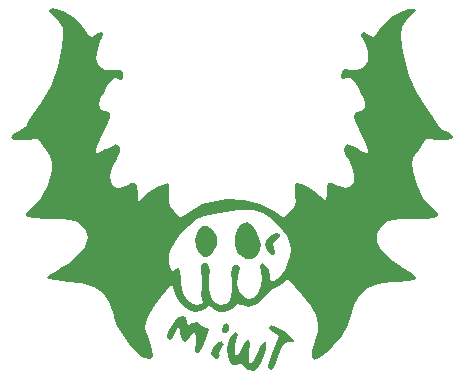
<source format=gbr>
%TF.GenerationSoftware,KiCad,Pcbnew,8.0.5*%
%TF.CreationDate,2024-10-15T22:02:10+02:00*%
%TF.ProjectId,_autosave-pcb,5f617574-6f73-4617-9665-2d7063622e6b,rev?*%
%TF.SameCoordinates,Original*%
%TF.FileFunction,Legend,Bot*%
%TF.FilePolarity,Positive*%
%FSLAX46Y46*%
G04 Gerber Fmt 4.6, Leading zero omitted, Abs format (unit mm)*
G04 Created by KiCad (PCBNEW 8.0.5) date 2024-10-15 22:02:10*
%MOMM*%
%LPD*%
G01*
G04 APERTURE LIST*
%ADD10C,0.000000*%
G04 APERTURE END LIST*
D10*
%TO.C,G\u002A\u002A\u002A*%
G36*
X149478181Y-65889221D02*
G01*
X149452196Y-66262141D01*
X149370737Y-66416000D01*
X149158973Y-66575585D01*
X149031988Y-66560715D01*
X148835458Y-66347437D01*
X148944927Y-65927816D01*
X149049094Y-65784916D01*
X149302326Y-65702802D01*
X149478181Y-65889221D01*
G37*
G36*
X147590565Y-57454075D02*
G01*
X148056472Y-57810447D01*
X148067016Y-57820435D01*
X148449765Y-58420639D01*
X148455984Y-59077962D01*
X148084500Y-59712694D01*
X147982119Y-59819691D01*
X147613286Y-60116691D01*
X147306434Y-60099430D01*
X146919362Y-59775585D01*
X146613407Y-59295054D01*
X146553021Y-58596632D01*
X146842364Y-57868548D01*
X146912391Y-57765446D01*
X147242729Y-57437470D01*
X147590565Y-57454075D01*
G37*
G36*
X148892666Y-67259233D02*
G01*
X148988473Y-67480582D01*
X148794137Y-67886014D01*
X148789898Y-67892502D01*
X148606379Y-68233908D01*
X148608164Y-68375585D01*
X148650420Y-68392405D01*
X148612838Y-68586142D01*
X148437452Y-68722559D01*
X148148388Y-68654423D01*
X147960962Y-68341542D01*
X147956967Y-68315126D01*
X148043029Y-67946472D01*
X148298935Y-67561325D01*
X148615802Y-67287845D01*
X148884749Y-67254192D01*
X148892666Y-67259233D01*
G37*
G36*
X151000497Y-57179150D02*
G01*
X151373274Y-57398250D01*
X151735383Y-57867998D01*
X152009578Y-58463493D01*
X152118615Y-59059836D01*
X152035765Y-59538522D01*
X151788365Y-60009836D01*
X151406658Y-60304534D01*
X150929070Y-60312253D01*
X150382253Y-59940722D01*
X150162531Y-59670000D01*
X149939737Y-59061618D01*
X149929845Y-58399383D01*
X150110428Y-57791897D01*
X150459055Y-57347763D01*
X150953300Y-57175585D01*
X151000497Y-57179150D01*
G37*
G36*
X153746486Y-58122708D02*
G01*
X153795798Y-58347034D01*
X153489205Y-58654197D01*
X153320338Y-58781425D01*
X153144168Y-59041388D01*
X153260580Y-59355780D01*
X153378882Y-59611660D01*
X153374258Y-59854022D01*
X153203145Y-59950329D01*
X152886981Y-59861701D01*
X152627196Y-59527996D01*
X152519362Y-59040195D01*
X152524020Y-58970515D01*
X152702214Y-58568964D01*
X153048260Y-58231827D01*
X153437802Y-58052083D01*
X153746486Y-58122708D01*
G37*
G36*
X153423828Y-65994355D02*
G01*
X154097328Y-66380695D01*
X154334610Y-66542709D01*
X154781723Y-66918120D01*
X154979757Y-67198504D01*
X154905169Y-67335403D01*
X154534420Y-67280363D01*
X154459280Y-67265225D01*
X154224688Y-67351765D01*
X153975551Y-67680773D01*
X153682289Y-68300240D01*
X153315320Y-69258152D01*
X153257132Y-69408018D01*
X153074406Y-69680484D01*
X152876497Y-69612719D01*
X152852706Y-69585453D01*
X152790073Y-69320814D01*
X152888886Y-68845804D01*
X153162528Y-68089131D01*
X153676561Y-66793544D01*
X153176581Y-66465945D01*
X152851005Y-66173124D01*
X152882384Y-65932563D01*
X153009709Y-65880791D01*
X153423828Y-65994355D01*
G37*
G36*
X145803152Y-65162390D02*
G01*
X145919362Y-65589083D01*
X145925365Y-65738632D01*
X146024480Y-65872907D01*
X146331543Y-65727279D01*
X146407335Y-65682519D01*
X146732600Y-65583257D01*
X146981543Y-65775585D01*
X147144349Y-65933446D01*
X147469362Y-66075585D01*
X147555359Y-66075830D01*
X147687765Y-66102470D01*
X147725561Y-66222100D01*
X147655748Y-66504513D01*
X147465326Y-67019503D01*
X147141293Y-67836862D01*
X147119632Y-67889339D01*
X146888427Y-68244496D01*
X146694863Y-68247987D01*
X146588616Y-67943715D01*
X146619362Y-67375585D01*
X146657823Y-66847431D01*
X146569172Y-66534334D01*
X146384608Y-66537047D01*
X146145738Y-66897566D01*
X146001802Y-67146349D01*
X145725655Y-67314618D01*
X145477965Y-67112993D01*
X145304101Y-66559686D01*
X145188839Y-65875585D01*
X144966437Y-66406157D01*
X144727582Y-66852853D01*
X144450198Y-67093479D01*
X144225009Y-66984720D01*
X144204855Y-66754126D01*
X144368209Y-66291274D01*
X144684324Y-65764916D01*
X145086284Y-65305520D01*
X145497369Y-65066706D01*
X145803152Y-65162390D01*
G37*
G36*
X150219186Y-66608136D02*
G01*
X150119903Y-66974574D01*
X150039857Y-67166681D01*
X149943326Y-67623965D01*
X149925049Y-68081483D01*
X149984811Y-68408358D01*
X150122393Y-68473712D01*
X150155462Y-68447617D01*
X150376420Y-68137483D01*
X150618202Y-67647515D01*
X150711207Y-67443136D01*
X150953047Y-67102215D01*
X151129011Y-67127668D01*
X151213627Y-67495360D01*
X151181421Y-68181156D01*
X151144630Y-68620461D01*
X151180959Y-69062471D01*
X151328202Y-69129077D01*
X151571655Y-68821133D01*
X151896611Y-68139498D01*
X152156104Y-67579103D01*
X152372673Y-67298332D01*
X152550217Y-67326439D01*
X152602112Y-67442205D01*
X152580810Y-67870236D01*
X152425755Y-68448708D01*
X152177612Y-69044774D01*
X151877049Y-69525585D01*
X151530369Y-69746655D01*
X151073358Y-69703792D01*
X150712451Y-69362671D01*
X150679249Y-69302629D01*
X150463694Y-69075593D01*
X150205415Y-69187160D01*
X150085712Y-69266340D01*
X149767072Y-69266887D01*
X149517464Y-68986929D01*
X149358073Y-68514200D01*
X149310083Y-67936435D01*
X149394680Y-67341370D01*
X149633047Y-66816740D01*
X149798752Y-66623310D01*
X150077829Y-66479926D01*
X150219186Y-66608136D01*
G37*
G36*
X162389981Y-59544274D02*
G01*
X163093852Y-60267397D01*
X164112969Y-60958870D01*
X164183223Y-60998964D01*
X164790995Y-61372259D01*
X165226195Y-61685899D01*
X165398641Y-61875585D01*
X165378123Y-61911520D01*
X165082104Y-62015128D01*
X164500914Y-62109088D01*
X163719362Y-62178123D01*
X163186074Y-62218961D01*
X162039004Y-62408638D01*
X161183441Y-62763474D01*
X160547975Y-63339704D01*
X160061195Y-64193561D01*
X159651691Y-65381278D01*
X159431557Y-65994233D01*
X158977580Y-66781029D01*
X158268991Y-67631278D01*
X157634495Y-68254547D01*
X157043812Y-68685708D01*
X156638528Y-68796319D01*
X156438010Y-68591142D01*
X156461626Y-68074941D01*
X156728741Y-67252478D01*
X156974768Y-66482076D01*
X157018029Y-65760114D01*
X156818137Y-65042943D01*
X156351108Y-64246839D01*
X155592953Y-63288076D01*
X154476514Y-61980257D01*
X153970967Y-62377921D01*
X153965350Y-62382327D01*
X153537937Y-62660221D01*
X153216129Y-62775585D01*
X153141941Y-62795065D01*
X152825439Y-63032045D01*
X152450965Y-63451929D01*
X152403894Y-63512048D01*
X151794199Y-64064518D01*
X151145769Y-64299948D01*
X150540432Y-64186861D01*
X150526998Y-64179775D01*
X150167466Y-64115949D01*
X149813538Y-64382020D01*
X149670958Y-64510814D01*
X149134999Y-64738291D01*
X148561070Y-64731094D01*
X148122413Y-64479260D01*
X148017038Y-64364222D01*
X147794485Y-64289174D01*
X147453423Y-64479260D01*
X147096677Y-64659777D01*
X146555103Y-64775585D01*
X146527921Y-64774861D01*
X146035443Y-64588444D01*
X145506285Y-64148535D01*
X145048029Y-63565148D01*
X144768253Y-62948299D01*
X144616487Y-62362612D01*
X143670294Y-63487988D01*
X143171237Y-64146965D01*
X142742713Y-64834848D01*
X142493654Y-65382526D01*
X142421689Y-65648982D01*
X142373392Y-66101983D01*
X142466217Y-66590525D01*
X142719355Y-67275566D01*
X142959653Y-67978861D01*
X143003653Y-68501706D01*
X142796280Y-68731414D01*
X142334161Y-68680281D01*
X142073004Y-68543472D01*
X141551077Y-68087777D01*
X140980305Y-67432325D01*
X140437113Y-66677514D01*
X139997926Y-65923738D01*
X139739170Y-65271393D01*
X139672778Y-65019805D01*
X139280104Y-63942384D01*
X138750066Y-63166938D01*
X138021025Y-62646035D01*
X137031338Y-62332241D01*
X135719362Y-62178123D01*
X135426556Y-62157610D01*
X134705897Y-62078053D01*
X134215470Y-61978952D01*
X134040084Y-61875585D01*
X134043175Y-61863382D01*
X134247491Y-61657638D01*
X134705078Y-61334701D01*
X135325756Y-60958870D01*
X135821511Y-60654480D01*
X136685991Y-59956464D01*
X144376409Y-59956464D01*
X144406050Y-60674961D01*
X144501373Y-61083533D01*
X144632052Y-61261173D01*
X144836013Y-61161766D01*
X144909028Y-61105502D01*
X145196344Y-61028763D01*
X145340678Y-61313189D01*
X145347166Y-61966868D01*
X145351816Y-62403162D01*
X145541864Y-63177175D01*
X145922559Y-63778784D01*
X146437643Y-64098044D01*
X146738346Y-64128973D01*
X147092468Y-64051556D01*
X147271113Y-63889127D01*
X147162856Y-63702465D01*
X147129702Y-63668889D01*
X147066038Y-63328797D01*
X147123595Y-62752438D01*
X147145453Y-62614243D01*
X147180474Y-61919420D01*
X147108483Y-61337650D01*
X147090406Y-61272325D01*
X147043455Y-60843620D01*
X147220740Y-60647381D01*
X147475413Y-60591766D01*
X147711337Y-60734913D01*
X147804812Y-61180238D01*
X147773193Y-61969260D01*
X147736978Y-62646779D01*
X147799760Y-63229825D01*
X147996776Y-63669182D01*
X148182580Y-63892267D01*
X148665323Y-64152888D01*
X149157481Y-64107093D01*
X149533896Y-63748429D01*
X149620069Y-63477670D01*
X149690217Y-62840766D01*
X149681454Y-62048429D01*
X149655747Y-61554774D01*
X149665777Y-61065485D01*
X149750614Y-60833958D01*
X149926551Y-60775585D01*
X150213045Y-60810339D01*
X150400922Y-61027173D01*
X150280854Y-61480233D01*
X150192368Y-61722546D01*
X150134366Y-62371155D01*
X150288457Y-62968241D01*
X150603544Y-63426704D01*
X151028528Y-63659444D01*
X151512312Y-63579358D01*
X151521545Y-63574310D01*
X151893581Y-63176087D01*
X152154711Y-62551439D01*
X152258557Y-61865184D01*
X152158739Y-61282137D01*
X152034960Y-60876729D01*
X152157245Y-60652172D01*
X152310305Y-60626400D01*
X152592117Y-60823719D01*
X152823413Y-61225579D01*
X152919362Y-61713810D01*
X152923478Y-61842661D01*
X153023591Y-62125134D01*
X153293027Y-62100409D01*
X153778926Y-61771660D01*
X154217674Y-61218338D01*
X154530531Y-60303798D01*
X154579398Y-60077609D01*
X154667331Y-59469484D01*
X154617571Y-59005683D01*
X154418713Y-58502464D01*
X154337696Y-58345156D01*
X153793592Y-57592336D01*
X153072710Y-56902645D01*
X152292507Y-56374837D01*
X151570440Y-56107672D01*
X151031435Y-56081806D01*
X150173768Y-56136356D01*
X149185951Y-56261077D01*
X148200478Y-56435460D01*
X147349842Y-56639000D01*
X146766536Y-56851190D01*
X146583666Y-56964020D01*
X146025476Y-57441974D01*
X145420187Y-58095497D01*
X144876057Y-58801091D01*
X144501345Y-59435259D01*
X144376409Y-59956464D01*
X136685991Y-59956464D01*
X136700856Y-59944461D01*
X137258394Y-59218520D01*
X137479514Y-58511676D01*
X137349609Y-57858949D01*
X136854070Y-57295359D01*
X136759798Y-57228346D01*
X136416715Y-57047760D01*
X135979300Y-56940439D01*
X135345845Y-56888881D01*
X134414638Y-56875585D01*
X133954684Y-56872096D01*
X133027897Y-56826374D01*
X132469343Y-56717461D01*
X132257952Y-56532461D01*
X132372654Y-56258475D01*
X132792377Y-55882607D01*
X132800162Y-55876648D01*
X133541082Y-55080015D01*
X134099770Y-54010941D01*
X134420595Y-52775585D01*
X134451818Y-52530343D01*
X134452743Y-52019071D01*
X134292788Y-51572461D01*
X133920297Y-51008012D01*
X133291395Y-50140440D01*
X132155379Y-50208012D01*
X131815982Y-50218686D01*
X131226033Y-50156251D01*
X130995891Y-49984185D01*
X131138004Y-49723150D01*
X131664821Y-49393807D01*
X131751207Y-49349814D01*
X132150229Y-49101358D01*
X132314821Y-48917045D01*
X132427555Y-48687779D01*
X132719592Y-48237646D01*
X133127574Y-47664469D01*
X133560232Y-47044932D01*
X134362608Y-45602408D01*
X134934016Y-44037168D01*
X135326251Y-42220982D01*
X135420670Y-41378435D01*
X135354485Y-40700941D01*
X135074561Y-40162681D01*
X134543691Y-39640988D01*
X134250913Y-39378413D01*
X134169717Y-39195676D01*
X134359756Y-39073276D01*
X134434662Y-39053346D01*
X134914208Y-39119523D01*
X135542145Y-39395638D01*
X136212860Y-39817352D01*
X136820736Y-40320323D01*
X137260159Y-40840210D01*
X137442629Y-41123597D01*
X137685018Y-41423508D01*
X137877520Y-41456809D01*
X138120810Y-41274275D01*
X138334783Y-41116532D01*
X138667499Y-41044582D01*
X138805662Y-41240742D01*
X138660403Y-41644104D01*
X138641170Y-41674860D01*
X138412731Y-42191340D01*
X138243066Y-42811766D01*
X138218853Y-43305017D01*
X138443221Y-43894823D01*
X138934309Y-44232368D01*
X139635947Y-44259278D01*
X140179103Y-44249845D01*
X140467743Y-44472373D01*
X140434718Y-44907687D01*
X140294271Y-45103192D01*
X140037433Y-44990582D01*
X139922334Y-44916154D01*
X139670874Y-44950204D01*
X139339800Y-45295029D01*
X139311518Y-45331451D01*
X139033620Y-45749865D01*
X138919362Y-46036808D01*
X138864455Y-46218029D01*
X138626940Y-46567212D01*
X138491612Y-46783900D01*
X138437106Y-47230864D01*
X138596607Y-47613411D01*
X138930885Y-47775585D01*
X139021281Y-47778709D01*
X139362714Y-47922398D01*
X139407071Y-48297193D01*
X139158977Y-48926426D01*
X138724435Y-49811493D01*
X138399016Y-50556075D01*
X138215578Y-51081755D01*
X138200271Y-51323159D01*
X138238949Y-51334354D01*
X138531437Y-51241807D01*
X138982449Y-50998398D01*
X139115964Y-50918476D01*
X139591142Y-50674025D01*
X139899246Y-50575585D01*
X139989586Y-50585270D01*
X140215814Y-50798110D01*
X140209368Y-51210828D01*
X139964275Y-51718486D01*
X139932423Y-51764344D01*
X139529451Y-52524417D01*
X139368317Y-53214349D01*
X139428860Y-53773308D01*
X139690918Y-54140457D01*
X140134331Y-54254963D01*
X140738937Y-54055991D01*
X141153494Y-53853307D01*
X141508133Y-53817510D01*
X141678910Y-54094566D01*
X141726450Y-54725585D01*
X141731070Y-55065152D01*
X141759185Y-55422076D01*
X141835168Y-55457213D01*
X141985656Y-55221531D01*
X142060458Y-55114968D01*
X142433983Y-54769798D01*
X142960898Y-54404113D01*
X143525121Y-54085950D01*
X144010573Y-53883347D01*
X144301172Y-53864342D01*
X144341345Y-53919518D01*
X144397966Y-54276382D01*
X144375165Y-54822425D01*
X144347238Y-55325686D01*
X144460934Y-55788791D01*
X144800558Y-56237163D01*
X145321725Y-56798742D01*
X146191355Y-56174221D01*
X147154079Y-55652417D01*
X148390174Y-55322020D01*
X149261569Y-55219927D01*
X150757245Y-55266236D01*
X152115555Y-55589546D01*
X153247370Y-56174221D01*
X154117000Y-56798742D01*
X154638167Y-56237163D01*
X154924134Y-55882256D01*
X155082578Y-55440299D01*
X155063560Y-54822425D01*
X155044746Y-54601038D01*
X155053634Y-54109671D01*
X155137553Y-53864342D01*
X155212812Y-53845735D01*
X155587257Y-53938971D01*
X156114586Y-54191207D01*
X156678718Y-54534405D01*
X157163572Y-54900525D01*
X157453069Y-55221531D01*
X157544229Y-55377840D01*
X157651662Y-55475414D01*
X157698798Y-55274985D01*
X157712275Y-54725585D01*
X157737852Y-54224463D01*
X157870363Y-53858349D01*
X158170799Y-53815894D01*
X158699788Y-54055991D01*
X158735799Y-54075516D01*
X159329380Y-54252806D01*
X159763742Y-54119875D01*
X160017804Y-53738959D01*
X160070487Y-53172297D01*
X159900709Y-52482126D01*
X159487391Y-51730685D01*
X159396590Y-51591211D01*
X159207566Y-51095168D01*
X159256733Y-50722529D01*
X159539479Y-50575585D01*
X159595803Y-50583213D01*
X159964512Y-50727951D01*
X160456276Y-50998398D01*
X160610064Y-51089505D01*
X161024586Y-51290509D01*
X161238454Y-51323159D01*
X161224552Y-51087130D01*
X161043240Y-50564902D01*
X160719589Y-49822876D01*
X160279748Y-48926426D01*
X160215576Y-48797238D01*
X160018197Y-48214099D01*
X160114077Y-47881325D01*
X160507840Y-47775585D01*
X160710890Y-47723037D01*
X160953941Y-47420413D01*
X161000649Y-46983152D01*
X160811785Y-46567212D01*
X160641719Y-46340371D01*
X160519362Y-46036808D01*
X160518414Y-46021659D01*
X160386320Y-45716722D01*
X160098925Y-45295029D01*
X159972907Y-45143204D01*
X159668791Y-44906349D01*
X159416731Y-44977769D01*
X159404593Y-44987583D01*
X159119503Y-45060071D01*
X158958725Y-44843823D01*
X159003752Y-44444145D01*
X159033566Y-44380390D01*
X159279246Y-44219906D01*
X159781986Y-44255377D01*
X160273929Y-44278265D01*
X160851414Y-44045373D01*
X161176556Y-43538262D01*
X161195659Y-42811766D01*
X161185812Y-42761158D01*
X161007307Y-42139054D01*
X160778322Y-41644104D01*
X160663939Y-41418104D01*
X160673053Y-41111868D01*
X160920667Y-41043622D01*
X161317915Y-41274275D01*
X161458942Y-41394508D01*
X161662853Y-41469329D01*
X161869169Y-41301488D01*
X162178566Y-40840210D01*
X162255178Y-40727974D01*
X162740601Y-40206289D01*
X163371307Y-39715636D01*
X164041680Y-39320355D01*
X164646106Y-39084788D01*
X165078969Y-39073276D01*
X165254502Y-39172576D01*
X165222888Y-39338027D01*
X164895034Y-39640988D01*
X164400477Y-40117641D01*
X164099847Y-40649487D01*
X164016248Y-41309712D01*
X164112474Y-42220982D01*
X164263832Y-43047351D01*
X164727380Y-44739004D01*
X165392556Y-46235301D01*
X166311151Y-47664469D01*
X166718351Y-48236501D01*
X167010707Y-48687006D01*
X167123904Y-48917045D01*
X167130306Y-48941110D01*
X167346731Y-49144073D01*
X167773904Y-49393807D01*
X168034998Y-49534445D01*
X168404110Y-49838544D01*
X168393573Y-50065946D01*
X168015836Y-50195989D01*
X167283346Y-50208012D01*
X166147330Y-50140440D01*
X165518428Y-51008012D01*
X165350787Y-51244741D01*
X165063926Y-51743693D01*
X164970259Y-52193141D01*
X165018130Y-52775585D01*
X165019897Y-52787851D01*
X165343260Y-54022120D01*
X165903954Y-55089092D01*
X166646348Y-55882607D01*
X166842888Y-56040353D01*
X167147554Y-56375428D01*
X167139077Y-56613592D01*
X166796387Y-56767741D01*
X166098414Y-56850773D01*
X165024087Y-56875585D01*
X164723686Y-56876487D01*
X163887302Y-56898862D01*
X163319809Y-56964464D01*
X162919497Y-57090795D01*
X162584655Y-57295359D01*
X162315941Y-57535204D01*
X161986417Y-58143159D01*
X162015967Y-58824522D01*
X162351117Y-59469484D01*
X162389981Y-59544274D01*
G37*
%TD*%
M02*

</source>
